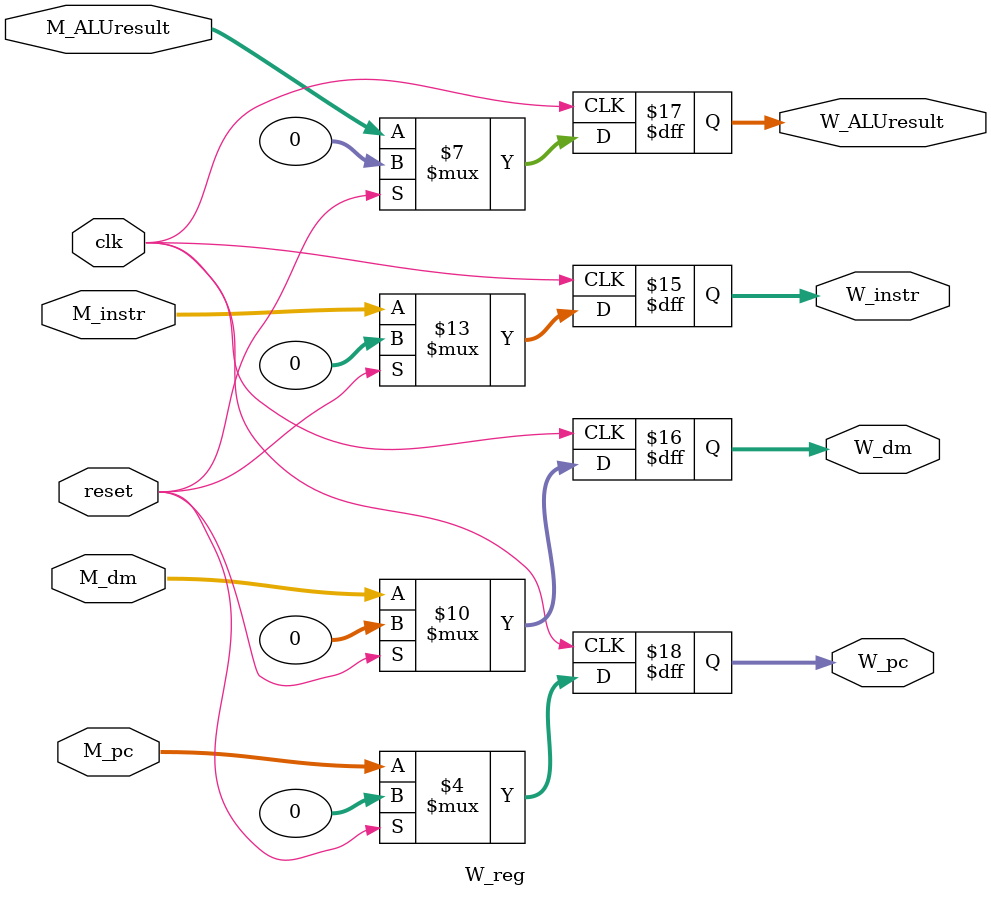
<source format=v>
`timescale 1ns / 1ps
module W_reg(
    input clk,
    input reset,
    input [31:0] M_instr,
    input [31:0] M_dm,
    input [31:0] M_ALUresult,
    input [31:0] M_pc,
    output reg [31:0] W_instr,
    output reg [31:0] W_dm,
    output reg [31:0] W_ALUresult,
    output reg [31:0] W_pc
    );
    always@(posedge clk) begin
	    if ( reset == 1'b1) begin
			W_instr <= 32'b0;
			W_dm <= 32'b0;
			W_ALUresult <= 32'b0;
			W_pc <= 32'b0;
		end
		else begin
			W_instr <= M_instr;
			W_dm <=M_dm;
			W_ALUresult <= M_ALUresult;
			W_pc <= M_pc;
		end
	end

endmodule

</source>
